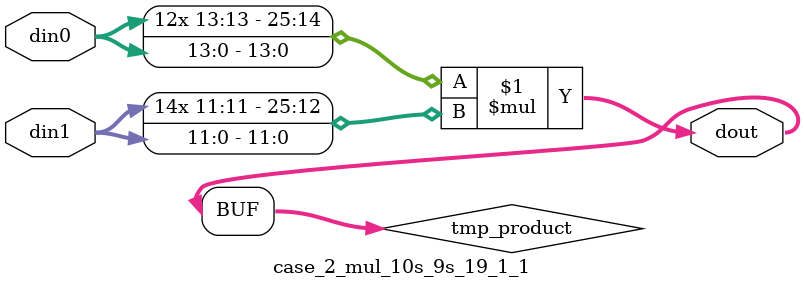
<source format=v>

`timescale 1 ns / 1 ps

 (* use_dsp = "no" *)  module case_2_mul_10s_9s_19_1_1(din0, din1, dout);
parameter ID = 1;
parameter NUM_STAGE = 0;
parameter din0_WIDTH = 14;
parameter din1_WIDTH = 12;
parameter dout_WIDTH = 26;

input [din0_WIDTH - 1 : 0] din0; 
input [din1_WIDTH - 1 : 0] din1; 
output [dout_WIDTH - 1 : 0] dout;

wire signed [dout_WIDTH - 1 : 0] tmp_product;



























assign tmp_product = $signed(din0) * $signed(din1);








assign dout = tmp_product;





















endmodule

</source>
